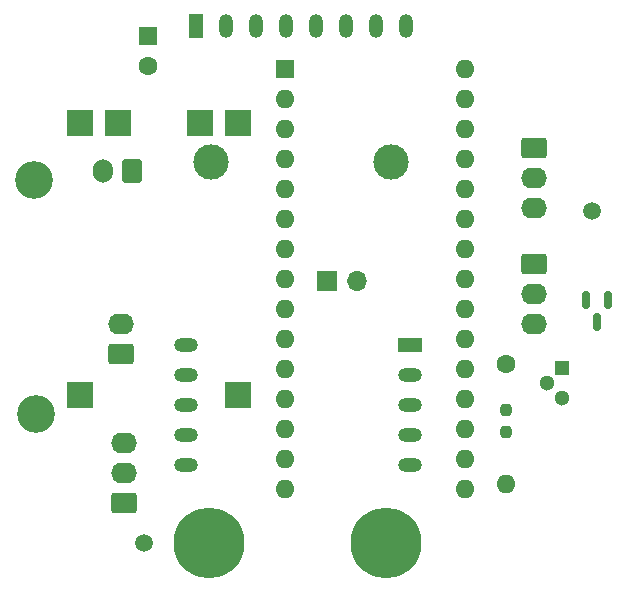
<source format=gbr>
%TF.GenerationSoftware,KiCad,Pcbnew,(5.99.0-10431-gb63c482347)*%
%TF.CreationDate,2021-08-10T09:59:27+02:00*%
%TF.ProjectId,boitarire,626f6974-6172-4697-9265-2e6b69636164,rev?*%
%TF.SameCoordinates,Original*%
%TF.FileFunction,Soldermask,Bot*%
%TF.FilePolarity,Negative*%
%FSLAX46Y46*%
G04 Gerber Fmt 4.6, Leading zero omitted, Abs format (unit mm)*
G04 Created by KiCad (PCBNEW (5.99.0-10431-gb63c482347)) date 2021-08-10 09:59:27*
%MOMM*%
%LPD*%
G01*
G04 APERTURE LIST*
G04 Aperture macros list*
%AMRoundRect*
0 Rectangle with rounded corners*
0 $1 Rounding radius*
0 $2 $3 $4 $5 $6 $7 $8 $9 X,Y pos of 4 corners*
0 Add a 4 corners polygon primitive as box body*
4,1,4,$2,$3,$4,$5,$6,$7,$8,$9,$2,$3,0*
0 Add four circle primitives for the rounded corners*
1,1,$1+$1,$2,$3*
1,1,$1+$1,$4,$5*
1,1,$1+$1,$6,$7*
1,1,$1+$1,$8,$9*
0 Add four rect primitives between the rounded corners*
20,1,$1+$1,$2,$3,$4,$5,0*
20,1,$1+$1,$4,$5,$6,$7,0*
20,1,$1+$1,$6,$7,$8,$9,0*
20,1,$1+$1,$8,$9,$2,$3,0*%
G04 Aperture macros list end*
%ADD10C,1.500000*%
%ADD11R,2.250000X2.250000*%
%ADD12C,3.200000*%
%ADD13R,1.700000X1.700000*%
%ADD14O,1.700000X1.700000*%
%ADD15R,1.600000X1.600000*%
%ADD16O,1.600000X1.600000*%
%ADD17C,3.000000*%
%ADD18R,1.200000X2.000000*%
%ADD19O,1.200000X2.000000*%
%ADD20RoundRect,0.250000X-0.845000X0.620000X-0.845000X-0.620000X0.845000X-0.620000X0.845000X0.620000X0*%
%ADD21O,2.190000X1.740000*%
%ADD22RoundRect,0.250000X0.845000X-0.620000X0.845000X0.620000X-0.845000X0.620000X-0.845000X-0.620000X0*%
%ADD23RoundRect,0.250000X0.600000X0.750000X-0.600000X0.750000X-0.600000X-0.750000X0.600000X-0.750000X0*%
%ADD24O,1.700000X2.000000*%
%ADD25R,1.300000X1.300000*%
%ADD26C,1.300000*%
%ADD27RoundRect,0.237500X-0.237500X0.250000X-0.237500X-0.250000X0.237500X-0.250000X0.237500X0.250000X0*%
%ADD28C,1.600000*%
%ADD29R,2.000000X1.200000*%
%ADD30O,2.000000X1.200000*%
%ADD31C,6.000000*%
%ADD32RoundRect,0.150000X-0.150000X0.587500X-0.150000X-0.587500X0.150000X-0.587500X0.150000X0.587500X0*%
G04 APERTURE END LIST*
D10*
%TO.C,REF\u002A\u002A*%
X150200000Y-89900000D03*
%TD*%
%TO.C,REF\u002A\u002A*%
X188200000Y-61800000D03*
%TD*%
D11*
%TO.C,U2*%
X144850000Y-77350000D03*
X158150000Y-77350000D03*
X148000000Y-54350000D03*
X155000000Y-54350000D03*
X144850000Y-54350000D03*
X158150000Y-54350000D03*
%TD*%
D12*
%TO.C,H103*%
X141100000Y-79000000D03*
%TD*%
D13*
%TO.C,SW1*%
X165725000Y-67750000D03*
D14*
X168265000Y-67750000D03*
%TD*%
D12*
%TO.C,H104*%
X140900000Y-59200000D03*
%TD*%
D15*
%TO.C,A1*%
X162140000Y-49750000D03*
D16*
X162140000Y-52290000D03*
X162140000Y-54830000D03*
X162140000Y-57370000D03*
X162140000Y-59910000D03*
X162140000Y-62450000D03*
X162140000Y-64990000D03*
X162140000Y-67530000D03*
X162140000Y-70070000D03*
X162140000Y-72610000D03*
X162140000Y-75150000D03*
X162140000Y-77690000D03*
X162140000Y-80230000D03*
X162140000Y-82770000D03*
X162140000Y-85310000D03*
X177380000Y-85310000D03*
X177380000Y-82770000D03*
X177380000Y-80230000D03*
X177380000Y-77690000D03*
X177380000Y-75150000D03*
X177380000Y-72610000D03*
X177380000Y-70070000D03*
X177380000Y-67530000D03*
X177380000Y-64990000D03*
X177380000Y-62450000D03*
X177380000Y-59910000D03*
X177380000Y-57370000D03*
X177380000Y-54830000D03*
X177380000Y-52290000D03*
X177380000Y-49750000D03*
%TD*%
D17*
%TO.C,U1*%
X155880000Y-57625000D03*
X171120000Y-57625000D03*
D18*
X154610000Y-46125000D03*
D19*
X157150000Y-46125000D03*
X159690000Y-46125000D03*
X162230000Y-46125000D03*
X164770000Y-46125000D03*
X167310000Y-46125000D03*
X169850000Y-46125000D03*
X172390000Y-46125000D03*
%TD*%
D20*
%TO.C,J4*%
X183250000Y-66250000D03*
D21*
X183250000Y-68790000D03*
X183250000Y-71330000D03*
%TD*%
D22*
%TO.C,J3*%
X148300000Y-73900000D03*
D21*
X148300000Y-71360000D03*
%TD*%
D23*
%TO.C,J1*%
X149250000Y-58450000D03*
D24*
X146750000Y-58450000D03*
%TD*%
D22*
%TO.C,J2*%
X148500000Y-86500000D03*
D21*
X148500000Y-83960000D03*
X148500000Y-81420000D03*
%TD*%
D25*
%TO.C,Q2*%
X185600000Y-75100000D03*
D26*
X184330000Y-76370000D03*
X185600000Y-77640000D03*
%TD*%
D27*
%TO.C,R1*%
X180900000Y-78687500D03*
X180900000Y-80512500D03*
%TD*%
D20*
%TO.C,J5*%
X183250000Y-56500000D03*
D21*
X183250000Y-59040000D03*
X183250000Y-61580000D03*
%TD*%
D15*
%TO.C,C1*%
X150600000Y-47000000D03*
D28*
X150600000Y-49500000D03*
%TD*%
D29*
%TO.C,U3*%
X172750000Y-73170000D03*
D30*
X172750000Y-75710000D03*
X172750000Y-78250000D03*
X172750000Y-80790000D03*
X172750000Y-83330000D03*
X153750000Y-83330000D03*
X153750000Y-80790000D03*
X153750000Y-78250000D03*
X153750000Y-75710000D03*
X153750000Y-73170000D03*
D31*
X170750000Y-89950000D03*
X155750000Y-89950000D03*
%TD*%
D28*
%TO.C,R2*%
X180900000Y-74720000D03*
D16*
X180900000Y-84880000D03*
%TD*%
D32*
%TO.C,Q1*%
X187650000Y-69362500D03*
X189550000Y-69362500D03*
X188600000Y-71237500D03*
%TD*%
M02*

</source>
